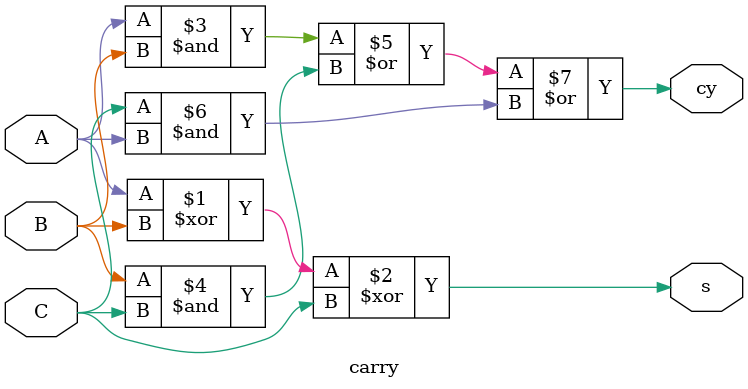
<source format=v>
module carry(s,cy,A,B,C);
input A,B,C;
output s, cy;
assign s = A ^ B ^ C;
assign cy= (A & B ) | (B & C) | (C & A);
endmodule

</source>
